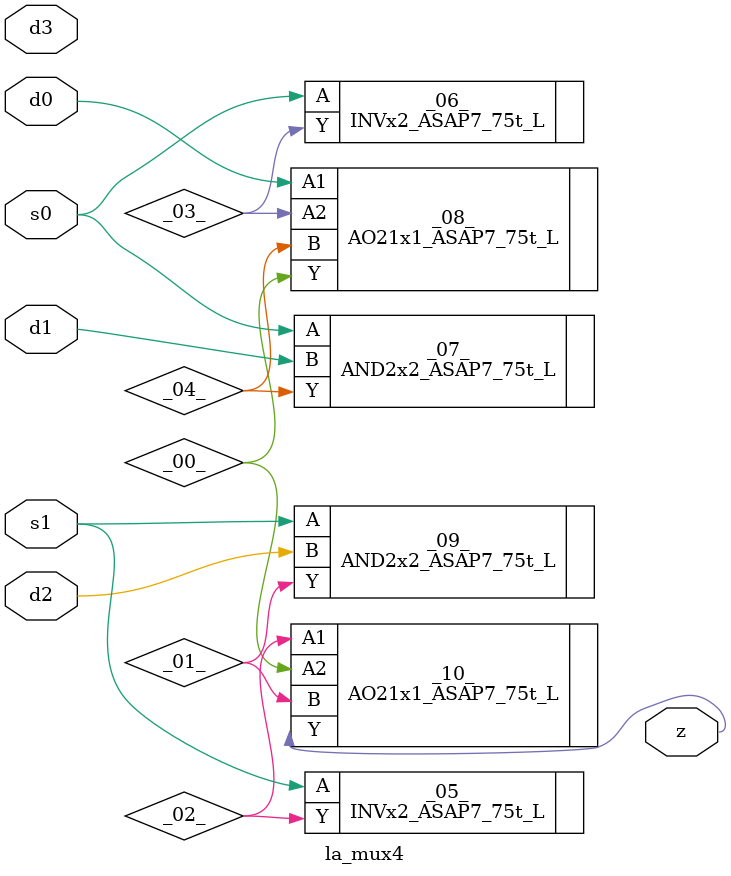
<source format=v>
/* Generated by Yosys 0.37 (git sha1 a5c7f69ed, clang 14.0.0-1ubuntu1.1 -fPIC -Os) */

module la_mux4(d0, d1, d2, d3, s0, s1, z);
  wire _00_;
  wire _01_;
  wire _02_;
  wire _03_;
  wire _04_;
  input d0;
  wire d0;
  input d1;
  wire d1;
  input d2;
  wire d2;
  input d3;
  wire d3;
  input s0;
  wire s0;
  input s1;
  wire s1;
  output z;
  wire z;
  INVx2_ASAP7_75t_L _05_ (
    .A(s1),
    .Y(_02_)
  );
  INVx2_ASAP7_75t_L _06_ (
    .A(s0),
    .Y(_03_)
  );
  AND2x2_ASAP7_75t_L _07_ (
    .A(s0),
    .B(d1),
    .Y(_04_)
  );
  AO21x1_ASAP7_75t_L _08_ (
    .A1(d0),
    .A2(_03_),
    .B(_04_),
    .Y(_00_)
  );
  AND2x2_ASAP7_75t_L _09_ (
    .A(s1),
    .B(d2),
    .Y(_01_)
  );
  AO21x1_ASAP7_75t_L _10_ (
    .A1(_02_),
    .A2(_00_),
    .B(_01_),
    .Y(z)
  );
endmodule

</source>
